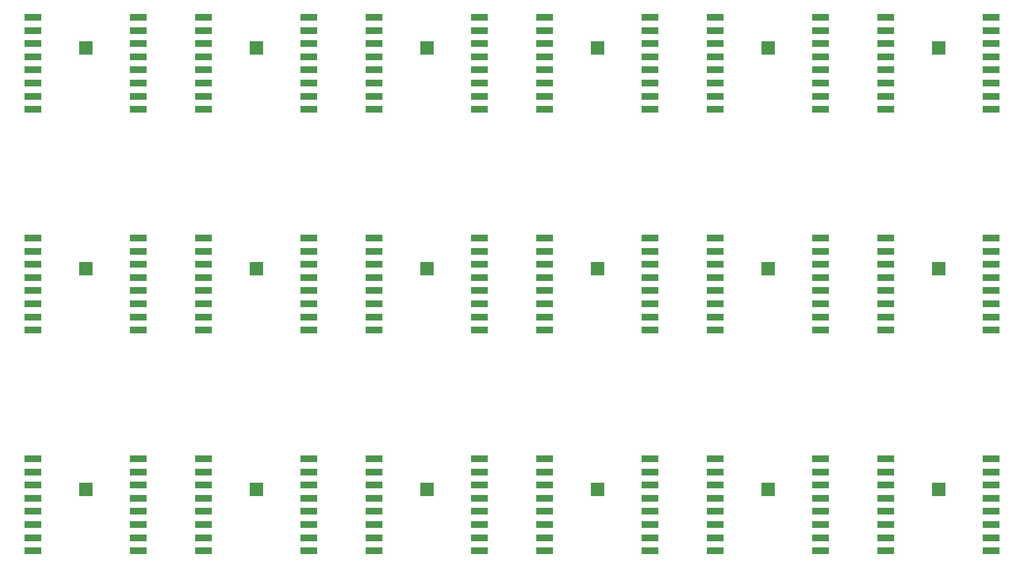
<source format=gbp>
G75*
%MOIN*%
%OFA0B0*%
%FSLAX25Y25*%
%IPPOS*%
%LPD*%
%AMOC8*
5,1,8,0,0,1.08239X$1,22.5*
%
%ADD10R,0.10236X0.04331*%
%ADD11R,0.07874X0.07874*%
D10*
X0047254Y0067411D03*
X0047254Y0075285D03*
X0047254Y0083159D03*
X0047254Y0091033D03*
X0047254Y0098907D03*
X0047254Y0106781D03*
X0047254Y0114656D03*
X0047254Y0122530D03*
X0110246Y0122530D03*
X0110246Y0114656D03*
X0110246Y0106781D03*
X0110246Y0098907D03*
X0110246Y0091033D03*
X0110246Y0083159D03*
X0110246Y0075285D03*
X0110246Y0067411D03*
X0149254Y0067411D03*
X0149254Y0075285D03*
X0149254Y0083159D03*
X0149254Y0091033D03*
X0149254Y0098907D03*
X0149254Y0106781D03*
X0149254Y0114656D03*
X0149254Y0122530D03*
X0212246Y0122530D03*
X0212246Y0114656D03*
X0212246Y0106781D03*
X0212246Y0098907D03*
X0212246Y0091033D03*
X0212246Y0083159D03*
X0212246Y0075285D03*
X0212246Y0067411D03*
X0251254Y0067411D03*
X0251254Y0075285D03*
X0251254Y0083159D03*
X0251254Y0091033D03*
X0251254Y0098907D03*
X0251254Y0106781D03*
X0251254Y0114656D03*
X0251254Y0122530D03*
X0314246Y0122530D03*
X0314246Y0114656D03*
X0314246Y0106781D03*
X0314246Y0098907D03*
X0314246Y0091033D03*
X0314246Y0083159D03*
X0314246Y0075285D03*
X0314246Y0067411D03*
X0353254Y0067411D03*
X0353254Y0075285D03*
X0353254Y0083159D03*
X0353254Y0091033D03*
X0353254Y0098907D03*
X0353254Y0106781D03*
X0353254Y0114656D03*
X0353254Y0122530D03*
X0416246Y0122530D03*
X0416246Y0114656D03*
X0416246Y0106781D03*
X0416246Y0098907D03*
X0416246Y0091033D03*
X0416246Y0083159D03*
X0416246Y0075285D03*
X0416246Y0067411D03*
X0455254Y0067411D03*
X0455254Y0075285D03*
X0455254Y0083159D03*
X0455254Y0091033D03*
X0455254Y0098907D03*
X0455254Y0106781D03*
X0455254Y0114656D03*
X0455254Y0122530D03*
X0518246Y0122530D03*
X0518246Y0114656D03*
X0518246Y0106781D03*
X0518246Y0098907D03*
X0518246Y0091033D03*
X0518246Y0083159D03*
X0518246Y0075285D03*
X0518246Y0067411D03*
X0557254Y0067411D03*
X0557254Y0075285D03*
X0557254Y0083159D03*
X0557254Y0091033D03*
X0557254Y0098907D03*
X0557254Y0106781D03*
X0557254Y0114656D03*
X0557254Y0122530D03*
X0620246Y0122530D03*
X0620246Y0114656D03*
X0620246Y0106781D03*
X0620246Y0098907D03*
X0620246Y0091033D03*
X0620246Y0083159D03*
X0620246Y0075285D03*
X0620246Y0067411D03*
X0620246Y0199411D03*
X0620246Y0207285D03*
X0620246Y0215159D03*
X0620246Y0223033D03*
X0620246Y0230907D03*
X0620246Y0238781D03*
X0620246Y0246656D03*
X0620246Y0254530D03*
X0557254Y0254530D03*
X0557254Y0246656D03*
X0557254Y0238781D03*
X0557254Y0230907D03*
X0557254Y0223033D03*
X0557254Y0215159D03*
X0557254Y0207285D03*
X0557254Y0199411D03*
X0518246Y0199411D03*
X0518246Y0207285D03*
X0518246Y0215159D03*
X0518246Y0223033D03*
X0518246Y0230907D03*
X0518246Y0238781D03*
X0518246Y0246656D03*
X0518246Y0254530D03*
X0455254Y0254530D03*
X0455254Y0246656D03*
X0455254Y0238781D03*
X0455254Y0230907D03*
X0455254Y0223033D03*
X0455254Y0215159D03*
X0455254Y0207285D03*
X0455254Y0199411D03*
X0416246Y0199411D03*
X0416246Y0207285D03*
X0416246Y0215159D03*
X0416246Y0223033D03*
X0416246Y0230907D03*
X0416246Y0238781D03*
X0416246Y0246656D03*
X0416246Y0254530D03*
X0353254Y0254530D03*
X0353254Y0246656D03*
X0353254Y0238781D03*
X0353254Y0230907D03*
X0353254Y0223033D03*
X0353254Y0215159D03*
X0353254Y0207285D03*
X0353254Y0199411D03*
X0314246Y0199411D03*
X0314246Y0207285D03*
X0314246Y0215159D03*
X0314246Y0223033D03*
X0314246Y0230907D03*
X0314246Y0238781D03*
X0314246Y0246656D03*
X0314246Y0254530D03*
X0251254Y0254530D03*
X0251254Y0246656D03*
X0251254Y0238781D03*
X0251254Y0230907D03*
X0251254Y0223033D03*
X0251254Y0215159D03*
X0251254Y0207285D03*
X0251254Y0199411D03*
X0212246Y0199411D03*
X0212246Y0207285D03*
X0212246Y0215159D03*
X0212246Y0223033D03*
X0212246Y0230907D03*
X0212246Y0238781D03*
X0212246Y0246656D03*
X0212246Y0254530D03*
X0149254Y0254530D03*
X0149254Y0246656D03*
X0149254Y0238781D03*
X0149254Y0230907D03*
X0149254Y0223033D03*
X0149254Y0215159D03*
X0149254Y0207285D03*
X0149254Y0199411D03*
X0110246Y0199411D03*
X0110246Y0207285D03*
X0110246Y0215159D03*
X0110246Y0223033D03*
X0110246Y0230907D03*
X0110246Y0238781D03*
X0110246Y0246656D03*
X0110246Y0254530D03*
X0047254Y0254530D03*
X0047254Y0246656D03*
X0047254Y0238781D03*
X0047254Y0230907D03*
X0047254Y0223033D03*
X0047254Y0215159D03*
X0047254Y0207285D03*
X0047254Y0199411D03*
X0047254Y0331411D03*
X0047254Y0339285D03*
X0047254Y0347159D03*
X0047254Y0355033D03*
X0047254Y0362907D03*
X0047254Y0370781D03*
X0047254Y0378656D03*
X0047254Y0386530D03*
X0110246Y0386530D03*
X0110246Y0378656D03*
X0110246Y0370781D03*
X0110246Y0362907D03*
X0110246Y0355033D03*
X0110246Y0347159D03*
X0110246Y0339285D03*
X0110246Y0331411D03*
X0149254Y0331411D03*
X0149254Y0339285D03*
X0149254Y0347159D03*
X0149254Y0355033D03*
X0149254Y0362907D03*
X0149254Y0370781D03*
X0149254Y0378656D03*
X0149254Y0386530D03*
X0212246Y0386530D03*
X0212246Y0378656D03*
X0212246Y0370781D03*
X0212246Y0362907D03*
X0212246Y0355033D03*
X0212246Y0347159D03*
X0212246Y0339285D03*
X0212246Y0331411D03*
X0251254Y0331411D03*
X0251254Y0339285D03*
X0251254Y0347159D03*
X0251254Y0355033D03*
X0251254Y0362907D03*
X0251254Y0370781D03*
X0251254Y0378656D03*
X0251254Y0386530D03*
X0314246Y0386530D03*
X0314246Y0378656D03*
X0314246Y0370781D03*
X0314246Y0362907D03*
X0314246Y0355033D03*
X0314246Y0347159D03*
X0314246Y0339285D03*
X0314246Y0331411D03*
X0353254Y0331411D03*
X0353254Y0339285D03*
X0353254Y0347159D03*
X0353254Y0355033D03*
X0353254Y0362907D03*
X0353254Y0370781D03*
X0353254Y0378656D03*
X0353254Y0386530D03*
X0416246Y0386530D03*
X0416246Y0378656D03*
X0416246Y0370781D03*
X0416246Y0362907D03*
X0416246Y0355033D03*
X0416246Y0347159D03*
X0416246Y0339285D03*
X0416246Y0331411D03*
X0455254Y0331411D03*
X0455254Y0339285D03*
X0455254Y0347159D03*
X0455254Y0355033D03*
X0455254Y0362907D03*
X0455254Y0370781D03*
X0455254Y0378656D03*
X0455254Y0386530D03*
X0518246Y0386530D03*
X0518246Y0378656D03*
X0518246Y0370781D03*
X0518246Y0362907D03*
X0518246Y0355033D03*
X0518246Y0347159D03*
X0518246Y0339285D03*
X0518246Y0331411D03*
X0557254Y0331411D03*
X0557254Y0339285D03*
X0557254Y0347159D03*
X0557254Y0355033D03*
X0557254Y0362907D03*
X0557254Y0370781D03*
X0557254Y0378656D03*
X0557254Y0386530D03*
X0620246Y0386530D03*
X0620246Y0378656D03*
X0620246Y0370781D03*
X0620246Y0362907D03*
X0620246Y0355033D03*
X0620246Y0347159D03*
X0620246Y0339285D03*
X0620246Y0331411D03*
D11*
X0588813Y0368187D03*
X0486813Y0368187D03*
X0384813Y0368187D03*
X0282813Y0368187D03*
X0180813Y0368187D03*
X0078813Y0368187D03*
X0078813Y0236187D03*
X0180813Y0236187D03*
X0282813Y0236187D03*
X0384813Y0236187D03*
X0486813Y0236187D03*
X0588813Y0236187D03*
X0588813Y0104187D03*
X0486813Y0104187D03*
X0384813Y0104187D03*
X0282813Y0104187D03*
X0180813Y0104187D03*
X0078813Y0104187D03*
M02*

</source>
